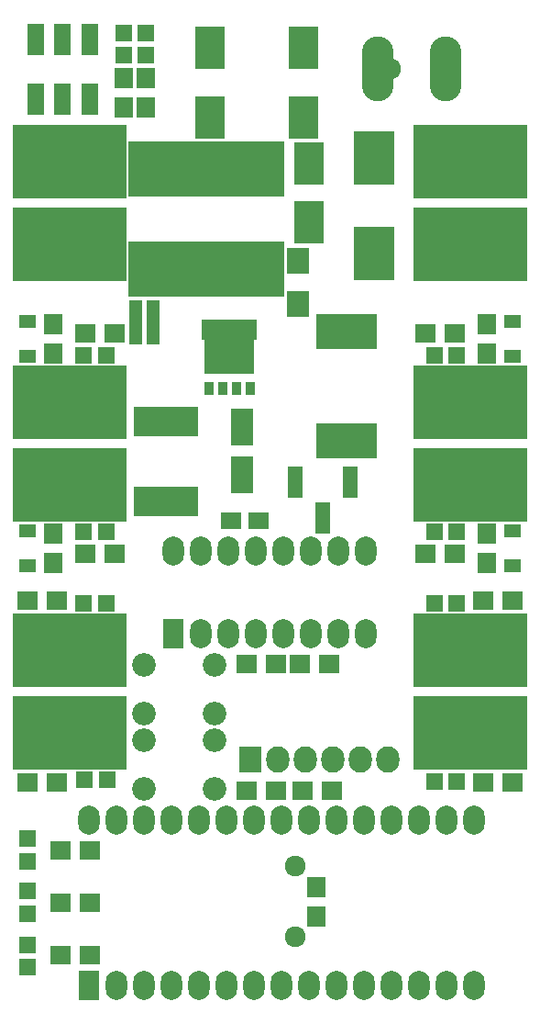
<source format=gts>
G04 #@! TF.FileFunction,Soldermask,Top*
%FSLAX46Y46*%
G04 Gerber Fmt 4.6, Leading zero omitted, Abs format (unit mm)*
G04 Created by KiCad (PCBNEW 4.0.1-3.201512221402+6198~38~ubuntu14.04.1-stable) date mar 02 feb 2016 20:15:53 CET*
%MOMM*%
G01*
G04 APERTURE LIST*
%ADD10C,0.101600*%
%ADD11R,1.974800X2.686000*%
%ADD12O,1.974800X2.686000*%
%ADD13R,0.850000X1.300000*%
%ADD14R,4.850000X1.700000*%
%ADD15R,4.350000X3.450000*%
%ADD16R,5.100000X1.950000*%
%ADD17R,4.600000X3.700000*%
%ADD18O,2.940000X5.988000*%
%ADD19O,2.940000X1.924000*%
%ADD20R,10.560000X6.750000*%
%ADD21R,2.000200X3.399740*%
%ADD22R,2.000000X2.400000*%
%ADD23R,2.800300X3.900120*%
%ADD24R,1.900000X1.650000*%
%ADD25R,1.598880X1.598880*%
%ADD26R,2.701240X3.900120*%
%ADD27R,3.699460X4.900880*%
%ADD28R,3.699460X4.898340*%
%ADD29R,1.620000X1.310000*%
%ADD30R,6.000000X2.700000*%
%ADD31R,1.700000X1.900000*%
%ADD32R,1.900000X1.700000*%
%ADD33R,1.162000X4.108400*%
%ADD34R,1.390600X2.914600*%
%ADD35R,5.708600X3.194000*%
%ADD36R,14.395400X5.149800*%
%ADD37C,1.924000*%
%ADD38R,1.593800X2.901900*%
%ADD39C,2.178000*%
%ADD40R,2.127200X2.432000*%
%ADD41O,2.127200X2.432000*%
G04 APERTURE END LIST*
D10*
D11*
X144399000Y-107061000D03*
D12*
X146939000Y-107061000D03*
X149479000Y-107061000D03*
X152019000Y-107061000D03*
X154559000Y-107061000D03*
X157099000Y-107061000D03*
X159639000Y-107061000D03*
X162179000Y-107061000D03*
X162179000Y-99441000D03*
X159639000Y-99441000D03*
X157099000Y-99441000D03*
X154559000Y-99441000D03*
X152019000Y-99441000D03*
X149479000Y-99441000D03*
X146939000Y-99441000D03*
X144399000Y-99441000D03*
D13*
X148971000Y-84486000D03*
X147701000Y-84486000D03*
X150241000Y-84486000D03*
D14*
X149606000Y-79011000D03*
D15*
X149606000Y-81211000D03*
D13*
X151511000Y-84486000D03*
D16*
X149606000Y-79011000D03*
D17*
X149606000Y-81211000D03*
D18*
X169545000Y-54991000D03*
X163296600Y-54991000D03*
D19*
X163957000Y-54991000D03*
D20*
X134874000Y-63500000D03*
X171831000Y-63500000D03*
X134874000Y-71120000D03*
X171831000Y-71120000D03*
X134874000Y-85725000D03*
X134874000Y-108585000D03*
X134874000Y-116205000D03*
X171831000Y-116205000D03*
X171831000Y-108585000D03*
D21*
X150749000Y-87970360D03*
X150749000Y-92369640D03*
D22*
X155956000Y-72676000D03*
X155956000Y-76676000D03*
D23*
X156464000Y-59512200D03*
X156464000Y-53009800D03*
X147828000Y-59512200D03*
X147828000Y-53009800D03*
D24*
X149753000Y-96647000D03*
X152253000Y-96647000D03*
D25*
X130937000Y-135729980D03*
X130937000Y-137828020D03*
X130937000Y-130776980D03*
X130937000Y-132875020D03*
X130937000Y-125950980D03*
X130937000Y-128049020D03*
D26*
X156972000Y-63720980D03*
X156972000Y-69121020D03*
D25*
X139827000Y-53754020D03*
X139827000Y-51655980D03*
X136110980Y-104267000D03*
X138209020Y-104267000D03*
X136174480Y-120523000D03*
X138272520Y-120523000D03*
X170594020Y-104267000D03*
X168495980Y-104267000D03*
X170594020Y-120650000D03*
X168495980Y-120650000D03*
X141859000Y-53754020D03*
X141859000Y-51655980D03*
D27*
X162941000Y-63164720D03*
D28*
X162941000Y-71963280D03*
D29*
X130937000Y-81518000D03*
X130937000Y-78248000D03*
X130937000Y-97552000D03*
X130937000Y-100822000D03*
D25*
X136110980Y-81407000D03*
X138209020Y-81407000D03*
X136110980Y-97663000D03*
X138209020Y-97663000D03*
D29*
X175768000Y-81518000D03*
X175768000Y-78248000D03*
X175768000Y-97552000D03*
X175768000Y-100822000D03*
D25*
X170594020Y-81407000D03*
X168495980Y-81407000D03*
X170594020Y-97663000D03*
X168495980Y-97663000D03*
D30*
X143764000Y-94886000D03*
X143764000Y-87486000D03*
D20*
X134874000Y-93345000D03*
X171831000Y-85725000D03*
X171831000Y-93345000D03*
D31*
X157607000Y-130396000D03*
X157607000Y-133096000D03*
D32*
X156384000Y-121539000D03*
X159084000Y-121539000D03*
X153877000Y-121539000D03*
X151177000Y-121539000D03*
X136732000Y-136652000D03*
X134032000Y-136652000D03*
X134032000Y-131826000D03*
X136732000Y-131826000D03*
X134032000Y-127000000D03*
X136732000Y-127000000D03*
X151177000Y-109855000D03*
X153877000Y-109855000D03*
X158830000Y-109855000D03*
X156130000Y-109855000D03*
D33*
X142506700Y-78359000D03*
X140957300Y-78359000D03*
D32*
X133684000Y-104013000D03*
X130984000Y-104013000D03*
X133684000Y-120777000D03*
X130984000Y-120777000D03*
X173021000Y-104013000D03*
X175721000Y-104013000D03*
X173021000Y-120777000D03*
X175721000Y-120777000D03*
D31*
X139827000Y-58500000D03*
X139827000Y-55800000D03*
X141859000Y-58500000D03*
X141859000Y-55800000D03*
X133350000Y-78533000D03*
X133350000Y-81233000D03*
X133350000Y-100537000D03*
X133350000Y-97837000D03*
D32*
X136318000Y-79375000D03*
X139018000Y-79375000D03*
X136318000Y-99695000D03*
X139018000Y-99695000D03*
D31*
X173355000Y-78533000D03*
X173355000Y-81233000D03*
X173355000Y-100537000D03*
X173355000Y-97837000D03*
D32*
X170387000Y-79375000D03*
X167687000Y-79375000D03*
X170387000Y-99695000D03*
X167687000Y-99695000D03*
D34*
X155702000Y-93091000D03*
X158242000Y-96393000D03*
X160782000Y-93091000D03*
D35*
X160401000Y-89281000D03*
X160401000Y-79197200D03*
D36*
X147447000Y-73456800D03*
X147447000Y-64211200D03*
D37*
X155702000Y-128498600D03*
X155702000Y-135001000D03*
D38*
X131699000Y-57785000D03*
X134188200Y-57785000D03*
X136677400Y-57785000D03*
X131699000Y-52285900D03*
X134188200Y-52285900D03*
X136677400Y-52285900D03*
D39*
X141706600Y-109931200D03*
X148209000Y-109931200D03*
X141706600Y-114427000D03*
X148209000Y-114427000D03*
X148209000Y-121335800D03*
X141706600Y-121335800D03*
X148209000Y-116840000D03*
X141706600Y-116840000D03*
D11*
X136652000Y-139446000D03*
D12*
X139192000Y-139446000D03*
X141732000Y-139446000D03*
X144272000Y-139446000D03*
X146812000Y-139446000D03*
X149352000Y-139446000D03*
X151892000Y-139446000D03*
X154432000Y-139446000D03*
X156972000Y-139446000D03*
X159512000Y-139446000D03*
X162052000Y-139446000D03*
X164592000Y-139446000D03*
X167132000Y-139446000D03*
X169672000Y-139446000D03*
X172212000Y-139446000D03*
X172212000Y-124206000D03*
X169672000Y-124206000D03*
X167132000Y-124206000D03*
X164592000Y-124206000D03*
X162052000Y-124206000D03*
X159512000Y-124206000D03*
X156972000Y-124206000D03*
X154432000Y-124206000D03*
X151892000Y-124206000D03*
X149352000Y-124206000D03*
X146812000Y-124206000D03*
X144272000Y-124206000D03*
X141732000Y-124206000D03*
X139192000Y-124206000D03*
X136652000Y-124206000D03*
D40*
X151511000Y-118618000D03*
D41*
X154051000Y-118618000D03*
X156591000Y-118618000D03*
X159131000Y-118618000D03*
X161671000Y-118618000D03*
X164211000Y-118618000D03*
M02*

</source>
